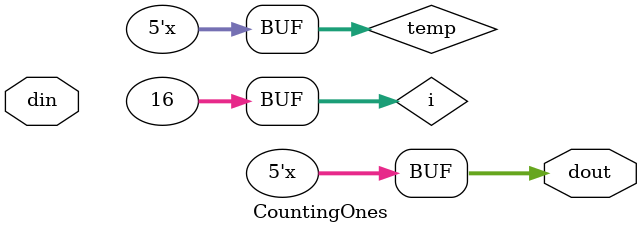
<source format=sv>
module CountingOnes #(
    parameter DATA_WIDTH = 16
) (
    input [DATA_WIDTH-1:0] din,
    output logic [$clog2(DATA_WIDTH):0] dout
);
  int i;
  reg [$clog2(DATA_WIDTH):0] temp;
  assign dout = temp;
  always @(*) begin
    for (i = 0; i < DATA_WIDTH; i = i + 1) begin
      if (din[i] == 0) begin
        temp = temp;
      end else begin
        temp = temp + 1;
      end
    end
  end

endmodule

</source>
